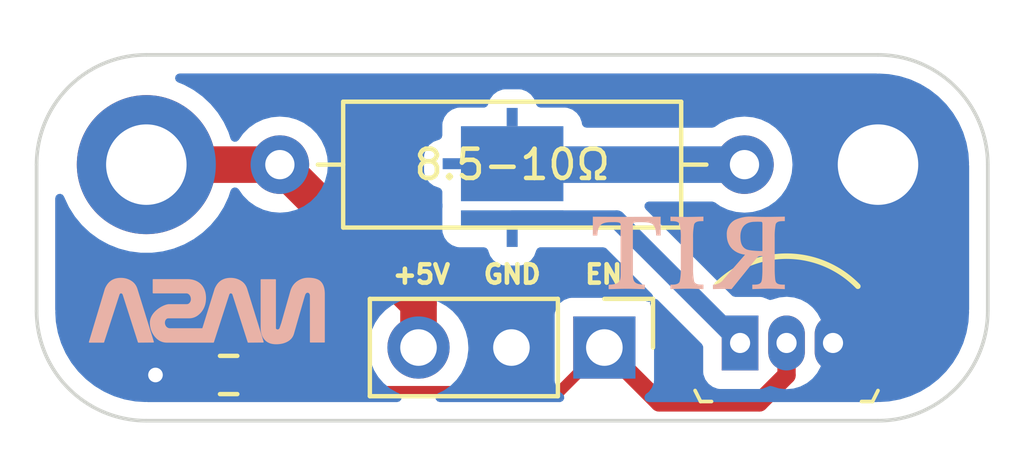
<source format=kicad_pcb>
(kicad_pcb (version 20211014) (generator pcbnew)
  (layers (0 "F.Cu" signal) (31 "B.Cu" power) (34 "B.Paste" user) (35 "F.Paste" user) (36 "B.SilkS" user "B.Silkscreen") (37 "F.SilkS" user "F.Silkscreen") (38 "B.Mask" user) (39 "F.Mask" user) (44 "Edge.Cuts" user))
  (net 0 "")
  (net 1 "Net-(D1-Pad1)")
  (net 2 "Net-(D1-Pad2)")
  (net 3 "GND")
  (net 4 "+5V")
  (net 5 "Net-(R2-Pad1)")
  (footprint "digikey-footprints:TO-92-3" (layer "F.Cu") (at 164.23 115.375)
    (fp_text reference "Q1" hide)
    (fp_text value "BS170" hide)
    (fp_line (start -0.78 1.6) (end -1.08 1.6) (layer "F.SilkS") (width 0.1))
    (fp_line (start 3.62 1.6) (end 3.77 1.3) (layer "F.SilkS") (width 0.1))
    (fp_line (start -1.08 1.6) (end -1.23 1.3) (layer "F.SilkS") (width 0.1))
    (fp_line (start 3.62 1.6) (end 3.32 1.6) (layer "F.SilkS") (width 0.1))
    (fp_arc (start -0.63 -1.6) (mid 1.305355 -2.372361) (end 3.22 -1.55) (layer "F.SilkS") (width 0.15))
    (pad "1" thru_hole rect locked (at 0 0 180) (size 1 1.5) (drill 0.55) (layers *.Cu *.Mask) (net 1 "Net-(D1-Pad1)"))
    (pad "2" thru_hole oval locked (at 1.27 0 180) (size 1 1.5) (drill 0.55) (layers *.Cu *.Mask) (net 5 "Net-(R2-Pad1)"))
    (pad "3" thru_hole oval locked (at 2.54 0 180) (size 1 1.5) (drill 0.55) (layers *.Cu *.Mask) (net 3 "GND"))
  )
  (footprint "MountingHole:MountingHole_2.2mm_M2_DIN965_Pad" (layer "F.Cu") (at 168 110.5)
    (fp_text reference "H2" hide)
    (fp_text value "MountingHole_Pad" hide)
    (pad "1" thru_hole circle (at 0 0) (size 3.8 3.8) (drill 2.2) (layers *.Cu *.Mask) (net 3 "GND"))
  )
  (footprint "MountingHole:MountingHole_2.2mm_M2_DIN965_Pad" (layer "F.Cu") (at 148 110.5)
    (fp_text reference "H1" hide)
    (fp_text value "MountingHole_Pad" hide)
    (pad "1" thru_hole circle (at 0 0) (size 3.8 3.8) (drill 2.2) (layers *.Cu *.Mask) (net 4 "+5V"))
  )
  (footprint "Resistor_SMD:R_0603_1608Metric" (layer "F.Cu") (at 150.25 116.25 180)
    (fp_text reference "R2" hide)
    (fp_text value "10k" hide)
    (fp_line (start -0.237258 0.5225) (end 0.237258 0.5225) (layer "F.SilkS") (width 0.12))
    (fp_line (start -0.237258 -0.5225) (end 0.237258 -0.5225) (layer "F.SilkS") (width 0.12))
    (pad "1" smd roundrect (at -0.825 0 180) (size 0.8 0.95) (layers "F.Cu" "F.Paste" "F.Mask") (net 5 "Net-(R2-Pad1)"))
    (pad "2" smd roundrect (at 0.825 0 180) (size 0.8 0.95) (layers "F.Cu" "F.Paste" "F.Mask") (net 3 "GND"))
  )
  (footprint "Resistor_THT:R_Axial_DIN0309_L9.0mm_D3.2mm_P12.70mm_Horizontal" (layer "F.Cu") (at 164.35 110.5 180)
    (fp_text reference "R1" hide)
    (fp_text value "9" hide)
    (fp_line (start 10.97 -1.72) (end 1.73 -1.72) (layer "F.SilkS") (width 0.12))
    (fp_line (start 1.04 0) (end 1.73 0) (layer "F.SilkS") (width 0.12))
    (fp_line (start 1.73 1.72) (end 10.97 1.72) (layer "F.SilkS") (width 0.12))
    (fp_line (start 1.73 -1.72) (end 1.73 1.72) (layer "F.SilkS") (width 0.12))
    (fp_line (start 11.66 0) (end 10.97 0) (layer "F.SilkS") (width 0.12))
    (fp_line (start 10.97 1.72) (end 10.97 -1.72) (layer "F.SilkS") (width 0.12))
    (pad "1" thru_hole circle (at 0 0 180) (size 1.6 1.6) (drill 0.8) (layers *.Cu *.Mask) (net 2 "Net-(D1-Pad2)"))
    (pad "2" thru_hole oval (at 12.7 0 180) (size 1.6 1.6) (drill 0.8) (layers *.Cu *.Mask) (net 4 "+5V"))
  )
  (footprint "Connector_PinHeader_2.54mm:PinHeader_1x03_P2.54mm_Vertical" (layer "F.Cu") (at 160.52 115.5 -90)
    (fp_text reference "J1" hide)
    (fp_text value "Conn_01x03_Male" hide)
    (fp_line (start -1.33 6.41) (end 1.33 6.41) (layer "F.SilkS") (width 0.12))
    (fp_line (start -1.33 -1.33) (end 0 -1.33) (layer "F.SilkS") (width 0.12))
    (fp_line (start -1.33 0) (end -1.33 -1.33) (layer "F.SilkS") (width 0.12))
    (fp_line (start -1.33 1.27) (end -1.33 6.41) (layer "F.SilkS") (width 0.12))
    (fp_line (start -1.33 1.27) (end 1.33 1.27) (layer "F.SilkS") (width 0.12))
    (fp_line (start 1.33 1.27) (end 1.33 6.41) (layer "F.SilkS") (width 0.12))
    (pad "1" thru_hole rect (at 0 0 270) (size 1.7 1.7) (drill 1) (layers *.Cu *.Mask) (net 5 "Net-(R2-Pad1)"))
    (pad "2" thru_hole oval (at 0 2.54 270) (size 1.7 1.7) (drill 1) (layers *.Cu *.Mask) (net 3 "GND"))
    (pad "3" thru_hole oval (at 0 5.08 270) (size 1.7 1.7) (drill 1) (layers *.Cu *.Mask) (net 4 "+5V"))
  )
  (footprint "cad:BELICE-850" (layer "B.Cu") (at 158 110.475 -90)
    (fp_text reference "D1" hide)
    (fp_text value "LASER")
    (pad "1" smd rect (at 1.525 0 270) (size 0.5 2.8) (layers "B.Cu" "B.Paste" "B.Mask") (net 1 "Net-(D1-Pad1)"))
    (pad "1" smd rect (at 2.025 0 90) (size 0.5 0.3) (layers "B.Cu" "B.Paste" "B.Mask") (net 1 "Net-(D1-Pad1)"))
    (pad "2" smd rect (at -1.275 0 270) (size 0.5 0.3) (layers "B.Cu" "B.Paste" "B.Mask") (net 2 "Net-(D1-Pad2)"))
    (pad "2" smd rect (at 0 -1.65 180) (size 0.5 0.3) (layers "B.Cu" "B.Paste" "B.Mask") (net 2 "Net-(D1-Pad2)"))
    (pad "2" smd rect (at 0 0 270) (size 2.05 2.8) (layers "B.Cu" "B.Paste" "B.Mask") (net 2 "Net-(D1-Pad2)"))
    (pad "2" smd rect (at 0 1.65 180) (size 0.5 0.3) (layers "B.Cu" "B.Paste" "B.Mask") (net 2 "Net-(D1-Pad2)"))
  )
  (gr_poly (pts (xy 152.863996 115.348251) (xy 152.485938 115.348251) (xy 152.485938 114.170257) (xy 152.485938 114.082477) (xy 152.48588 114.078468) (xy 152.485684 114.074471) (xy 152.485352 114.07049) (xy 152.484885 114.066529) (xy 152.484283 114.06259) (xy 152.483547 114.058678) (xy 152.482679 114.054795) (xy 152.481679 114.050945) (xy 152.480549 114.047132) (xy 152.479289 114.043358) (xy 152.4779 114.039627) (xy 152.476383 114.035943) (xy 152.474739 114.032309) (xy 152.472969 114.028728) (xy 152.471074 114.025203) (xy 152.469055 114.021738) (xy 152.466519 114.01806) (xy 152.463973 114.014614) (xy 152.461409 114.011395) (xy 152.458815 114.008398) (xy 152.456182 114.005619) (xy 152.453501 114.003053) (xy 152.45076 114.000693) (xy 152.447951 113.998536) (xy 152.445063 113.996577) (xy 152.442086 113.99481) (xy 152.43901 113.993231) (xy 152.435826 113.991834) (xy 152.432523 113.990614) (xy 152.429091 113.989567) (xy 152.425521 113.988688) (xy 152.421802 113.987972) (xy 152.418007 113.987421) (xy 152.414216 113.987032) (xy 152.410436 113.986812) (xy 152.40667 113.986764) (xy 152.402924 113.986894) (xy 152.399202 113.987207) (xy 152.39551 113.987707) (xy 152.391853 113.9884) (xy 152.388235 113.989292) (xy 152.384661 113.990386) (xy 152.381137 113.991688) (xy 152.377667 113.993202) (xy 152.374255 113.994935) (xy 152.370908 113.996891) (xy 152.36763 113.999075) (xy 152.364426 114.001492) (xy 152.358261 114.007836) (xy 152.355309 114.011033) (xy 152.352453 114.014259) (xy 152.349695 114.017525) (xy 152.347041 114.02084) (xy 152.344496 114.024214) (xy 152.342065 114.027658) (xy 152.339753 114.031179) (xy 152.337564 114.03479) (xy 152.335503 114.038499) (xy 152.333576 114.042317) (xy 152.331786 114.046253) (xy 152.33014 114.050316) (xy 152.328642 114.054518) (xy 152.327296 114.058868) (xy 152.30705 114.123004) (xy 152.023533 115.111986) (xy 152.018073 115.130071) (xy 152.011822 115.147597) (xy 152.00478 115.164557) (xy 151.996947 115.180948) (xy 151.988322 115.196764) (xy 151.978907 115.212001) (xy 151.9687 115.226654) (xy 151.957702 115.240718) (xy 151.945913 115.254188) (xy 151.933333 115.267059) (xy 151.919962 115.279326) (xy 151.905801 115.290985) (xy 151.890848 115.30203) (xy 151.875105 115.312457) (xy 151.858571 115.322261) (xy 151.841247 115.331436) (xy 151.826455 115.338829) (xy 151.811188 115.345818) (xy 151.795445 115.352391) (xy 151.779228 115.35854) (xy 151.762535 115.364254) (xy 151.745368 115.369524) (xy 151.727725 115.374339) (xy 151.709607 115.378689) (xy 151.691014 115.382565) (xy 151.671947 115.385956) (xy 151.652404 115.388853) (xy 151.632387 115.391246) (xy 151.611895 115.393124) (xy 151.590929 115.394478) (xy 151.569488 115.395297) (xy 151.547572 115.395573) (xy 151.522649 115.395098) (xy 151.498517 115.39368) (xy 151.475177 115.391321) (xy 151.452629 115.388027) (xy 151.430871 115.383804) (xy 151.409905 115.378656) (xy 151.389731 115.372589) (xy 151.370348 115.365606) (xy 151.351756 115.357714) (xy 151.333956 115.348918) (xy 151.332786 115.348251) (xy 151.193192 115.348251) (xy 150.784765 115.351683) (xy 150.372975 114.065662) (xy 150.37092 114.058301) (xy 150.368558 114.051415) (xy 150.3659 114.045005) (xy 150.362954 114.039069) (xy 150.359731 114.033609) (xy 150.358019 114.031057) (xy 150.356241 114.028623) (xy 150.354399 114.026309) (xy 150.352494 114.024113) (xy 150.350527 114.022036) (xy 150.348499 114.020078) (xy 150.346413 114.018238) (xy 150.344268 114.016517) (xy 150.342066 114.014915) (xy 150.339809 114.013432) (xy 150.337497 114.012067) (xy 150.335132 114.010821) (xy 150.332716 114.009694) (xy 150.330249 114.008685) (xy 150.327732 114.007795) (xy 150.325168 114.007024) (xy 150.322556 114.006372) (xy 150.319899 114.005838) (xy 150.317197 114.005423) (xy 150.314453 114.005126) (xy 150.308839 114.004889) (xy 150.305713 114.004967) (xy 150.302667 114.005197) (xy 150.2997 114.005576) (xy 150.296813 114.006098) (xy 150.294005 114.006759) (xy 150.291276 114.007552) (xy 150.288627 114.008475) (xy 150.286057 114.009521) (xy 150.283567 114.010687) (xy 150.281155 114.011966) (xy 150.278823 114.013355) (xy 150.276569 114.014849) (xy 150.274395 114.016442) (xy 150.2723 114.01813) (xy 150.270283 114.019909) (xy 150.268346 114.021772) (xy 150.266487 114.024302) (xy 150.264708 114.026838) (xy 150.263007 114.029384) (xy 150.261385 114.031945) (xy 150.259842 114.034527) (xy 150.258378 114.037134) (xy 150.256993 114.039771) (xy 150.255688 114.042443) (xy 150.254462 114.045155) (xy 150.253315 114.047911) (xy 150.252247 114.050718) (xy 150.251258 114.053578) (xy 150.25035 114.056498) (xy 150.24952 114.059482) (xy 150.24877 114.062535) (xy 150.2481 114.065662) (xy 149.832947 115.351682) (xy 149.448026 115.351682) (xy 149.448026 115.351648) (xy 148.56707 115.351648) (xy 148.542665 115.351015) (xy 148.518807 115.349116) (xy 148.512431 115.348251) (xy 148.19241 115.348251) (xy 147.783983 115.351682) (xy 147.372192 114.065662) (xy 147.370138 114.058301) (xy 147.367776 114.051415) (xy 147.365117 114.045005) (xy 147.362171 114.039069) (xy 147.358949 114.033609) (xy 147.357236 114.031057) (xy 147.355459 114.028623) (xy 147.353616 114.026309) (xy 147.351711 114.024113) (xy 147.349744 114.022036) (xy 147.347717 114.020078) (xy 147.34563 114.018238) (xy 147.343485 114.016517) (xy 147.341284 114.014915) (xy 147.339026 114.013432) (xy 147.336715 114.012067) (xy 147.33435 114.010821) (xy 147.331933 114.009694) (xy 147.329466 114.008685) (xy 147.32695 114.007795) (xy 147.324385 114.007024) (xy 147.321773 114.006372) (xy 147.319116 114.005838) (xy 147.316415 114.005423) (xy 147.31367 114.005126) (xy 147.308056 114.004889) (xy 147.30493 114.004967) (xy 147.301884 114.005197) (xy 147.298917 114.005576) (xy 147.29603 114.006098) (xy 147.293222 114.006759) (xy 147.290494 114.007552) (xy 147.287845 114.008475) (xy 147.285275 114.009521) (xy 147.282784 114.010687) (xy 147.280373 114.011966) (xy 147.27804 114.013355) (xy 147.275787 114.014849) (xy 147.273613 114.016442) (xy 147.271518 114.01813) (xy 147.269502 114.019909) (xy 147.267564 114.021772) (xy 147.265694 114.024302) (xy 147.263906 114.026838) (xy 147.262199 114.029384) (xy 147.260573 114.031945) (xy 147.259027 114.034527) (xy 147.257562 114.037134) (xy 147.256177 114.039771) (xy 147.254871 114.042443) (xy 147.253645 114.045155) (xy 147.252497 114.047911) (xy 147.251429 114.050718) (xy 147.250438 114.053578) (xy 147.249525 114.056498) (xy 147.248689 114.059482) (xy 147.247931 114.062535) (xy 147.247249 114.065662) (xy 146.832097 115.351682) (xy 146.443916 115.351682) (xy 146.443916 115.351648) (xy 146.443915 115.351648) (xy 146.882712 113.890103) (xy 146.899595 113.856336) (xy 146.907349 113.841077) (xy 146.915418 113.826311) (xy 146.923803 113.812039) (xy 146.932502 113.79826) (xy 146.941514 113.784973) (xy 146.95084 113.772178) (xy 146.960479 113.759873) (xy 146.970429 113.748059) (xy 146.980691 113.736734) (xy 146.991264 113.725898) (xy 147.002147 113.71555) (xy 147.013339 113.705691) (xy 147.024841 113.696318) (xy 147.036651 113.687432) (xy 147.048768 113.679031) (xy 147.061193 113.671116) (xy 147.073924 113.663685) (xy 147.086961 113.656739) (xy 147.100304 113.650275) (xy 147.113951 113.644295) (xy 147.127902 113.638796) (xy 147.142157 113.633779) (xy 147.156715 113.629243) (xy 147.171575 113.625186) (xy 147.186736 113.62161) (xy 147.202199 113.618512) (xy 147.217962 113.615893) (xy 147.234025 113.613751) (xy 147.250387 113.612086) (xy 147.267047 113.610898) (xy 147.301262 113.609948) (xy 147.320131 113.610226) (xy 147.338763 113.611061) (xy 147.357157 113.612461) (xy 147.375313 113.614428) (xy 147.393233 113.61697) (xy 147.410914 113.620089) (xy 147.428358 113.623792) (xy 147.445565 113.628084) (xy 147.462534 113.632969) (xy 147.479265 113.638453) (xy 147.495758 113.64454) (xy 147.512014 113.651236) (xy 147.528031 113.658546) (xy 147.543811 113.666475) (xy 147.559353 113.675027) (xy 147.574656 113.684207) (xy 147.590135 113.693974) (xy 147.604909 113.70429) (xy 147.618989 113.71515) (xy 147.632384 113.72655) (xy 147.645106 113.738484) (xy 147.657163 113.750948) (xy 147.668567 113.763936) (xy 147.679328 113.777444) (xy 147.689456 113.791466) (xy 147.698962 113.805999) (xy 147.707854 113.821036) (xy 147.716145 113.836573) (xy 147.723843 113.852605) (xy 147.73096 113.869128) (xy 147.737506 113.886135) (xy 147.74349 113.903623) (xy 148.19241 115.348251) (xy 148.512431 115.348251) (xy 148.495494 115.345951) (xy 148.472719 115.34152) (xy 148.450477 115.335823) (xy 148.428765 115.32886) (xy 148.407577 115.32063) (xy 148.386908 115.311134) (xy 148.366753 115.300372) (xy 148.347108 115.288343) (xy 148.327968 115.275048) (xy 148.309327 115.260487) (xy 148.291181 115.244659) (xy 148.273525 115.227564) (xy 148.256354 115.209203) (xy 148.239663 115.189575) (xy 148.224316 115.16972) (xy 148.209924 115.149396) (xy 148.196491 115.128608) (xy 148.184021 115.10736) (xy 148.172521 115.085657) (xy 148.161994 115.063505) (xy 148.152447 115.040908) (xy 148.143883 115.017871) (xy 148.136308 114.9944) (xy 148.129727 114.970499) (xy 148.124145 114.946173) (xy 148.119566 114.921427) (xy 148.115997 114.896266) (xy 148.113441 114.870696) (xy 148.111904 114.844721) (xy 148.11139 114.818346) (xy 148.11245 114.791699) (xy 148.115556 114.765567) (xy 148.120601 114.739974) (xy 148.127475 114.714939) (xy 148.13607 114.690486) (xy 148.146277 114.666635) (xy 148.157986 114.643408) (xy 148.171091 114.620828) (xy 148.18548 114.598915) (xy 148.201047 114.577691) (xy 148.217681 114.557177) (xy 148.235275 114.537396) (xy 148.25372 114.51837) (xy 148.272906 114.500118) (xy 148.313068 114.46603) (xy 148.354893 114.435303) (xy 148.39751 114.408112) (xy 148.440049 114.384629) (xy 148.481639 114.365028) (xy 148.521411 114.349481) (xy 148.558495 114.338162) (xy 148.592021 114.331244) (xy 148.607177 114.329489) (xy 148.621118 114.328899) (xy 149.10377 114.328899) (xy 149.110653 114.328703) (xy 149.11738 114.328121) (xy 149.123949 114.327163) (xy 149.13036 114.32584) (xy 149.136613 114.32416) (xy 149.142709 114.322135) (xy 149.148646 114.319774) (xy 149.154424 114.317086) (xy 149.160044 114.314083) (xy 149.165505 114.310773) (xy 149.170806 114.307167) (xy 149.175947 114.303275) (xy 149.180929 114.299107) (xy 149.185751 114.294672) (xy 149.190412 114.289981) (xy 149.194913 114.285044) (xy 149.199226 114.279303) (xy 149.203297 114.273479) (xy 149.207119 114.267568) (xy 149.210689 114.261562) (xy 149.214001 114.255459) (xy 149.217051 114.249252) (xy 149.219834 114.242937) (xy 149.222344 114.236508) (xy 149.224577 114.229961) (xy 149.226529 114.223289) (xy 149.228193 114.21649) (xy 149.229566 114.209556) (xy 149.230642 114.202483) (xy 149.231417 114.195266) (xy 149.231885 114.1879) (xy 149.232043 114.18038) (xy 149.231885 114.1716) (xy 149.231417 114.162977) (xy 149.230642 114.154513) (xy 149.229566 114.146208) (xy 149.228193 114.13806) (xy 149.226529 114.130071) (xy 149.224577 114.12224) (xy 149.222344 114.114567) (xy 149.219834 114.107052) (xy 149.217051 114.099695) (xy 149.214001 114.092496) (xy 149.210689 114.085455) (xy 149.207119 114.078571) (xy 149.203297 114.071846) (xy 149.199226 114.065278) (xy 149.194913 114.058868) (xy 149.18977 114.052703) (xy 149.18447 114.046863) (xy 149.179012 114.04136) (xy 149.173396 114.036203) (xy 149.167621 114.031401) (xy 149.161689 114.026965) (xy 149.155599 114.022904) (xy 149.14935 114.019229) (xy 149.142943 114.015949) (xy 149.136377 114.013074) (xy 149.129652 114.010614) (xy 149.122769 114.00858) (xy 149.115727 114.00698) (xy 149.108526 114.005825) (xy 149.101166 114.005125) (xy 149.093647 114.004889) (xy 148.189047 114.004889) (xy 148.189047 113.643681) (xy 149.110565 113.643681) (xy 149.141143 113.644273) (xy 149.170852 113.646048) (xy 149.199691 113.649) (xy 149.22766 113.653124) (xy 149.25476 113.658415) (xy 149.280989 113.664868) (xy 149.306349 113.672477) (xy 149.330838 113.681239) (xy 149.354457 113.691148) (xy 149.377206 113.702198) (xy 149.399085 113.714386) (xy 149.420093 113.727705) (xy 149.44023 113.742151) (xy 149.459496 113.757719) (xy 149.477892 113.774403) (xy 149.495417 113.792199) (xy 149.510122 113.809643) (xy 149.52388 113.827788) (xy 149.536691 113.846626) (xy 149.548554 113.866146) (xy 149.55947 113.886338) (xy 149.569438 113.907193) (xy 149.578458 113.9287) (xy 149.58653 113.95085) (xy 149.593653 113.973633) (xy 149.599827 113.99704) (xy 149.605051 114.021059) (xy 149.609327 114.045682) (xy 149.612653 114.070898) (xy 149.615028 114.096699) (xy 149.616454 114.123073) (xy 149.616929 114.150011) (xy 149.616454 114.176391) (xy 149.615028 114.202367) (xy 149.612653 114.227928) (xy 149.609327 114.253063) (xy 149.605051 114.277764) (xy 149.599827 114.302019) (xy 149.593653 114.325819) (xy 149.58653 114.349154) (xy 149.578458 114.372014) (xy 149.569438 114.394388) (xy 149.55947 114.416266) (xy 149.548554 114.43764) (xy 149.536691 114.458497) (xy 149.52388 114.478829) (xy 149.510122 114.498626) (xy 149.495417 114.517877) (xy 149.478128 114.538129) (xy 149.460432 114.557112) (xy 149.442321 114.574821) (xy 149.423784 114.591249) (xy 149.404811 114.606393) (xy 149.385393 114.620247) (xy 149.36552 114.632806) (xy 149.345182 114.644065) (xy 149.32437 114.654018) (xy 149.303073 114.662661) (xy 149.281283 114.669988) (xy 149.258988 114.675994) (xy 149.23618 114.680675) (xy 149.212849 114.684025) (xy 149.188985 114.686038) (xy 149.164578 114.686711) (xy 148.607598 114.686711) (xy 148.601357 114.686831) (xy 148.595273 114.687198) (xy 148.589346 114.687822) (xy 148.583575 114.688713) (xy 148.577961 114.68988) (xy 148.572505 114.691334) (xy 148.567206 114.693084) (xy 148.562065 114.695139) (xy 148.557082 114.697511) (xy 148.552257 114.700207) (xy 148.547591 114.703239) (xy 148.543083 114.706616) (xy 148.538735 114.710348) (xy 148.534546 114.714445) (xy 148.530516 114.718916) (xy 148.526646 114.723772) (xy 148.522371 114.728914) (xy 148.518407 114.734209) (xy 148.514751 114.739654) (xy 148.511396 114.745242) (xy 148.508338 114.750968) (xy 148.505572 114.756829) (xy 148.503094 114.762818) (xy 148.500897 114.768931) (xy 148.498977 114.775164) (xy 148.49733 114.78151) (xy 148.495949 114.787966) (xy 148.494831 114.794526) (xy 148.49397 114.801185) (xy 148.493361 114.807938) (xy 148.492999 114.814781) (xy 148.49288 114.821709) (xy 148.493076 114.829898) (xy 148.493658 114.838002) (xy 148.494616 114.846017) (xy 148.49594 114.853938) (xy 148.49762 114.861759) (xy 148.499646 114.869477) (xy 148.502009 114.877085) (xy 148.504698 114.88458) (xy 148.507703 114.891956) (xy 148.511015 114.899209) (xy 148.514623 114.906333) (xy 148.518519 114.913324) (xy 148.522691 114.920177) (xy 148.52713 114.926887) (xy 148.531827 114.933449) (xy 148.53677 114.939859) (xy 148.542506 114.945394) (xy 148.548331 114.950609) (xy 148.554255 114.955497) (xy 148.560288 114.960054) (xy 148.56644 114.964275) (xy 148.57272 114.968156) (xy 148.579138 114.97169) (xy 148.585704 114.974874) (xy 148.592428 114.977701) (xy 148.599319 114.980168) (xy 148.606388 114.982269) (xy 148.613643 114.983999) (xy 148.621095 114.985353) (xy 148.628753 114.986327) (xy 148.636627 114.986915) (xy 148.644728 114.987112) (xy 149.535841 114.987112) (xy 149.549327 114.963468) (xy 149.883494 113.890103) (xy 149.900377 113.856336) (xy 149.908131 113.841077) (xy 149.9162 113.826312) (xy 149.924585 113.81204) (xy 149.933283 113.798261) (xy 149.942296 113.784974) (xy 149.951622 113.772178) (xy 149.961261 113.759873) (xy 149.971211 113.748059) (xy 149.981473 113.736734) (xy 149.992046 113.725898) (xy 150.002929 113.715551) (xy 150.014121 113.705691) (xy 150.025623 113.696318) (xy 150.037433 113.687432) (xy 150.04955 113.679032) (xy 150.061975 113.671116) (xy 150.074706 113.663686) (xy 150.087743 113.656739) (xy 150.101086 113.650276) (xy 150.114733 113.644295) (xy 150.128684 113.638796) (xy 150.142939 113.633779) (xy 150.157497 113.629243) (xy 150.172357 113.625187) (xy 150.187518 113.62161) (xy 150.202981 113.618512) (xy 150.218744 113.615893) (xy 150.234807 113.613751) (xy 150.251169 113.612086) (xy 150.267829 113.610898) (xy 150.302044 113.609948) (xy 150.320913 113.610226) (xy 150.339544 113.611062) (xy 150.357939 113.612461) (xy 150.376096 113.614429) (xy 150.394015 113.61697) (xy 150.411698 113.620089) (xy 150.429143 113.623793) (xy 150.446351 113.628084) (xy 150.463322 113.63297) (xy 150.480055 113.638453) (xy 150.496551 113.644541) (xy 150.51281 113.651237) (xy 150.528832 113.658546) (xy 150.544616 113.666475) (xy 150.560163 113.675027) (xy 150.575473 113.684208) (xy 150.59094 113.693975) (xy 150.605706 113.70429) (xy 150.619779 113.715151) (xy 150.633171 113.72655) (xy 150.64589 113.738484) (xy 150.657946 113.750948) (xy 150.66935 113.763936) (xy 150.68011 113.777444) (xy 150.690238 113.791466) (xy 150.699743 113.805999) (xy 150.708635 113.821036) (xy 150.716923 113.836573) (xy 150.724617 113.852605) (xy 150.731728 113.869128) (xy 150.738265 113.886135) (xy 150.744238 113.903623) (xy 151.193192 115.348251) (xy 151.332786 115.348251) (xy 151.316947 115.339222) (xy 151.30073 115.328631) (xy 151.285304 115.317151) (xy 151.270669 115.304786) (xy 151.256826 115.291542) (xy 151.243774 115.277423) (xy 151.230915 115.262511) (xy 151.218923 115.246875) (xy 151.207792 115.230506) (xy 151.197516 115.213395) (xy 151.188092 115.195532) (xy 151.179513 115.176906) (xy 151.171775 115.157508) (xy 151.164873 115.137329) (xy 151.158802 115.116358) (xy 151.153557 115.094586) (xy 151.149132 115.072003) (xy 151.145523 115.0486) (xy 151.142725 115.024366) (xy 151.140733 114.999292) (xy 151.139541 114.973368) (xy 151.139145 114.946584) (xy 151.139145 113.647078) (xy 151.527326 113.647078) (xy 151.527326 114.963467) (xy 151.527523 114.969042) (xy 151.527771 114.971737) (xy 151.528117 114.974369) (xy 151.528562 114.976938) (xy 151.529106 114.979441) (xy 151.529749 114.981877) (xy 151.530491 114.984246) (xy 151.531332 114.986545) (xy 151.532272 114.988774) (xy 151.533311 114.990932) (xy 151.534448 114.993017) (xy 151.535685 114.995027) (xy 151.53702 114.996962) (xy 151.538455 114.998821) (xy 151.539988 115.000601) (xy 151.54162 115.002303) (xy 151.543352 115.003924) (xy 151.545182 115.005463) (xy 151.547111 115.00692) (xy 151.549139 115.008292) (xy 151.551266 115.00958) (xy 151.553492 115.01078) (xy 151.555816 115.011893) (xy 151.55824 115.012916) (xy 151.560763 115.013849) (xy 151.563384 115.014691) (xy 151.566105 115.015439) (xy 151.568924 115.016094) (xy 151.571842 115.016653) (xy 151.57486 115.017116) (xy 151.577976 115.01748) (xy 151.579867 115.018075) (xy 151.581739 115.018591) (xy 151.583592 115.019031) (xy 151.585427 115.019395) (xy 151.587244 115.019685) (xy 151.589045 115.019901) (xy 151.590829 115.020046) (xy 151.592597 115.020121) (xy 151.59435 115.020125) (xy 151.596089 115.020062) (xy 151.599527 115.019736) (xy 151.602914 115.019153) (xy 151.606256 115.018321) (xy 151.609559 115.017251) (xy 151.612827 115.015954) (xy 151.616065 115.014437) (xy 151.619279 115.012713) (xy 151.622473 115.010789) (xy 151.625653 115.008677) (xy 151.628823 115.006386) (xy 151.631989 115.003926) (xy 151.637028 114.998714) (xy 151.639511 114.995975) (xy 151.641951 114.993142) (xy 151.644331 114.990209) (xy 151.646638 114.987171) (xy 151.648856 114.984024) (xy 151.65097 114.980763) (xy 151.652965 114.977382) (xy 151.654827 114.973878) (xy 151.656541 114.970245) (xy 151.658091 114.966479) (xy 151.659463 114.962574) (xy 151.660641 114.958526) (xy 151.661611 114.95433) (xy 151.662358 114.949981) (xy 151.702885 114.831832) (xy 151.949273 113.964362) (xy 151.955291 113.944345) (xy 151.961945 113.924809) (xy 151.969242 113.905758) (xy 151.977186 113.887197) (xy 151.985782 113.869131) (xy 151.995035 113.851564) (xy 152.004951 113.834502) (xy 152.015533 113.817949) (xy 152.026787 113.801911) (xy 152.038718 113.786392) (xy 152.051331 113.771397) (xy 152.064631 113.756931) (xy 152.078622 113.742999) (xy 152.093311 113.729605) (xy 152.108701 113.716755) (xy 152.124799 113.704454) (xy 152.141372 113.692785) (xy 152.158192 113.681833) (xy 152.175271 113.671603) (xy 152.192617 113.662099) (xy 152.21024 113.653327) (xy 152.22815 113.645292) (xy 152.246358 113.637998) (xy 152.264871 113.631451) (xy 152.283702 113.625656) (xy 152.302858 113.620617) (xy 152.322351 113.61634) (xy 152.34219 113.612829) (xy 152.362384 113.61009) (xy 152.382944 113.608127) (xy 152.403879 113.606946) (xy 152.425199 113.606551) (xy 152.451306 113.606866) (xy 152.476474 113.60781) (xy 152.500712 113.609377) (xy 152.524031 113.611562) (xy 152.54644 113.61436) (xy 152.56795 113.617767) (xy 152.588569 113.621777) (xy 152.608309 113.626385) (xy 152.627178 113.631587) (xy 152.645187 113.637378) (xy 152.662345 113.643753) (xy 152.678663 113.650706) (xy 152.694149 113.658233) (xy 152.708815 113.666329) (xy 152.72267 113.674989) (xy 152.735723 113.684207) (xy 152.751624 113.698049) (xy 152.766428 113.713004) (xy 152.780144 113.729077) (xy 152.792784 113.746273) (xy 152.804355 113.764596) (xy 152.81487 113.784052) (xy 152.824336 113.804646) (xy 152.832764 113.826382) (xy 152.840164 113.849266) (xy 152.846546 113.873302) (xy 152.851919 113.898494) (xy 152.856293 113.924849) (xy 152.859677 113.952371) (xy 152.862083 113.981064) (xy 152.863519 114.010933) (xy 152.863996 114.041985) (xy 152.863996 115.348251)) (layer "B.SilkS") (width 0.03) (fill solid))
  (gr_poly (pts (xy 160.205027 112.437798) (xy 160.326378 112.437798) (xy 160.327331 112.422082) (xy 160.331313 112.374085) (xy 160.33721 112.330292) (xy 160.345193 112.29055) (xy 160.35002 112.272151) (xy 160.355433 112.254706) (xy 160.361453 112.238199) (xy 160.368102 112.222608) (xy 160.375399 112.207916) (xy 160.383368 112.194102) (xy 160.39203 112.181149) (xy 160.401405 112.169037) (xy 160.411515 112.157746) (xy 160.422381 112.147258) (xy 160.434025 112.137554) (xy 160.446469 112.128614) (xy 160.459732 112.120419) (xy 160.473838 112.112951) (xy 160.488807 112.10619) (xy 160.50466 112.100117) (xy 160.521419 112.094714) (xy 160.539105 112.08996) (xy 160.55774 112.085837) (xy 160.577345 112.082325) (xy 160.619549 112.077061) (xy 160.66589 112.074015) (xy 160.716537 112.073033) (xy 160.736063 112.072924) (xy 160.756304 112.072636) (xy 160.784006 112.0723) (xy 160.812485 112.072328) (xy 160.840863 112.073115) (xy 160.854741 112.073916) (xy 160.868265 112.075055) (xy 160.881326 112.07658) (xy 160.893815 112.078543) (xy 160.905621 112.08099) (xy 160.916636 112.083973) (xy 160.92675 112.08754) (xy 160.931435 112.089557) (xy 160.935853 112.09174) (xy 160.939991 112.094093) (xy 160.943836 112.096623) (xy 160.947373 112.099336) (xy 160.950589 112.102238) (xy 160.952192 112.103938) (xy 160.953697 112.10571) (xy 160.955102 112.10755) (xy 160.956405 112.109455) (xy 160.957606 112.111419) (xy 160.958701 112.113439) (xy 160.959691 112.115509) (xy 160.960572 112.117627) (xy 160.961343 112.119786) (xy 160.962003 112.121984) (xy 160.962549 112.124216) (xy 160.962981 112.126477) (xy 160.963296 112.128763) (xy 160.963494 112.13107) (xy 160.963571 112.133394) (xy 160.963527 112.13573) (xy 160.963527 113.48684) (xy 160.963143 113.523062) (xy 160.961772 113.556596) (xy 160.95908 113.587509) (xy 160.954738 113.615869) (xy 160.951843 113.629114) (xy 160.948412 113.641745) (xy 160.944402 113.653773) (xy 160.939772 113.665204) (xy 160.93448 113.676049) (xy 160.928486 113.686315) (xy 160.921747 113.696011) (xy 160.914222 113.705145) (xy 160.90587 113.713726) (xy 160.896649 113.721762) (xy 160.886518 113.729262) (xy 160.875436 113.736235) (xy 160.86336 113.742688) (xy 160.850249 113.748631) (xy 160.836063 113.754072) (xy 160.82076 113.759019) (xy 160.804297 113.76348) (xy 160.786634 113.767466) (xy 160.767729 113.770983) (xy 160.747542 113.77404) (xy 160.70315 113.77881) (xy 160.653129 113.781843) (xy 160.637022 113.782478) (xy 160.637022 113.904938) (xy 160.817484 113.898905) (xy 160.972219 113.894758) (xy 161.106985 113.892873) (xy 161.183986 113.893391) (xy 161.268506 113.894758) (xy 161.438178 113.898905) (xy 161.626544 113.904938) (xy 161.626544 113.782481) (xy 161.610431 113.781846) (xy 161.560423 113.778812) (xy 161.53755 113.776648) (xy 161.516043 113.774042) (xy 161.495859 113.770984) (xy 161.476957 113.767467) (xy 161.459297 113.763482) (xy 161.442836 113.75902) (xy 161.427533 113.754073) (xy 161.413348 113.748633) (xy 161.400238 113.74269) (xy 161.388161 113.736236) (xy 161.377078 113.729264) (xy 161.366946 113.721764) (xy 161.357723 113.713727) (xy 161.349369 113.705146) (xy 161.341842 113.696012) (xy 161.335101 113.686317) (xy 161.329104 113.676051) (xy 161.32381 113.665206) (xy 161.319177 113.653774) (xy 161.315165 113.641747) (xy 161.311731 113.629116) (xy 161.308834 113.615871) (xy 161.304486 113.587511) (xy 161.301791 113.556598) (xy 161.300417 113.523064) (xy 161.300033 113.486842) (xy 161.300033 112.135735) (xy 161.299929 112.133169) (xy 161.299957 112.130613) (xy 161.300116 112.128072) (xy 161.300403 112.12555) (xy 161.300818 112.123052) (xy 161.301358 112.120584) (xy 161.302021 112.118149) (xy 161.302807 112.115752) (xy 161.303713 112.113398) (xy 161.304738 112.111091) (xy 161.30588 112.108837) (xy 161.307138 112.10664) (xy 161.308509 112.104504) (xy 161.309992 112.102435) (xy 161.311586 112.100436) (xy 161.313288 112.098513) (xy 161.318745 112.093865) (xy 161.325108 112.089807) (xy 161.332326 112.086298) (xy 161.340342 112.083302) (xy 161.349104 112.080777) (xy 161.358556 112.078685) (xy 161.368645 112.076987) (xy 161.379317 112.075643) (xy 161.390517 112.074615) (xy 161.402191 112.073863) (xy 161.426745 112.07303) (xy 161.452545 112.072832) (xy 161.479159 112.072954) (xy 161.493899 112.073024) (xy 161.508761 112.073034) (xy 161.560941 112.073274) (xy 161.609427 112.074294) (xy 161.654283 112.076542) (xy 161.695574 112.080467) (xy 161.714901 112.083198) (xy 161.733362 112.086516) (xy 161.750962 112.090478) (xy 161.767711 112.09514) (xy 161.783617 112.100557) (xy 161.798686 112.106786) (xy 161.812929 112.113882) (xy 161.826351 112.121902) (xy 161.838962 112.130902) (xy 161.850769 112.140938) (xy 161.86178 112.152065) (xy 161.872003 112.164341) (xy 161.881447 112.177821) (xy 161.890119 112.192561) (xy 161.898027 112.208617) (xy 161.905179 112.226046) (xy 161.911583 112.244903) (xy 161.917248 112.265244) (xy 161.92218 112.287126) (xy 161.926389 112.310604) (xy 161.929881 112.335735) (xy 161.932666 112.362574) (xy 161.93475 112.391178) (xy 161.936143 112.421603) (xy 161.936699 112.437796) (xy 162.058919 112.437796) (xy 162.058919 111.923826) (xy 161.131973 111.928465) (xy 160.205027 111.923826)) (layer "B.SilkS") (width 0) (fill solid))
  (gr_poly (pts (xy 162.326458 112.044964) (xy 162.343285 112.044964) (xy 162.378059 112.045139) (xy 162.395858 112.045553) (xy 162.413735 112.046359) (xy 162.431542 112.047689) (xy 162.449131 112.049673) (xy 162.466356 112.052441) (xy 162.483068 112.056125) (xy 162.491185 112.058351) (xy 162.499119 112.060855) (xy 162.506851 112.063654) (xy 162.514362 112.066763) (xy 162.521635 112.070199) (xy 162.52865 112.073978) (xy 162.535389 112.078117) (xy 162.541834 112.082632) (xy 162.547967 112.08754) (xy 162.553768 112.092856) (xy 162.559219 112.098597) (xy 162.564303 112.104779) (xy 162.569 112.11142) (xy 162.573291 112.118534) (xy 162.57716 112.126139) (xy 162.580586 112.13425) (xy 162.588917 112.18194) (xy 162.595881 112.229818) (xy 162.601476 112.277856) (xy 162.6057 112.326024) (xy 162.608551 112.374293) (xy 162.610026 112.422634) (xy 162.610124 112.471016) (xy 162.608842 112.519412) (xy 162.608843 113.305759) (xy 162.610126 113.354185) (xy 162.610027 113.402598) (xy 162.608546 113.450969) (xy 162.605687 113.499268) (xy 162.601452 113.547466) (xy 162.595843 113.595533) (xy 162.588861 113.64344) (xy 162.58051 113.691158) (xy 162.57709 113.699248) (xy 162.573228 113.706833) (xy 162.568943 113.713928) (xy 162.564251 113.720551) (xy 162.559173 113.726717) (xy 162.553727 113.732443) (xy 162.54793 113.737745) (xy 162.541802 113.742639) (xy 162.535361 113.747142) (xy 162.528625 113.75127) (xy 162.521613 113.755039) (xy 162.514344 113.758466) (xy 162.499105 113.764358) (xy 162.483058 113.769076) (xy 162.46635 113.77275) (xy 162.449128 113.775511) (xy 162.43154 113.777489) (xy 162.413734 113.778815) (xy 162.378059 113.780033) (xy 162.343285 113.780207) (xy 162.326458 113.780207) (xy 162.326458 113.903382) (xy 162.489116 113.897309) (xy 162.63885 113.893135) (xy 162.786553 113.891237) (xy 162.850336 113.891746) (xy 162.921362 113.893091) (xy 163.065728 113.897194) (xy 163.227809 113.903382) (xy 163.227809 113.780207) (xy 163.210981 113.780207) (xy 163.176209 113.780032) (xy 163.15841 113.779619) (xy 163.140533 113.778813) (xy 163.122727 113.777484) (xy 163.105137 113.775502) (xy 163.087912 113.772736) (xy 163.0712 113.769055) (xy 163.063083 113.766831) (xy 163.055149 113.764329) (xy 163.047417 113.761533) (xy 163.039905 113.758427) (xy 163.032632 113.754994) (xy 163.025617 113.751218) (xy 163.018878 113.747083) (xy 163.012432 113.742571) (xy 163.0063 113.737668) (xy 163.000499 113.732357) (xy 162.995047 113.726621) (xy 162.989964 113.720443) (xy 162.985267 113.713809) (xy 162.980975 113.7067) (xy 162.977106 113.699102) (xy 162.97368 113.690997) (xy 162.96535 113.643298) (xy 162.958387 113.595409) (xy 162.952793 113.547361) (xy 162.94857 113.499183) (xy 162.94572 113.450905) (xy 162.944245 113.402555) (xy 162.944147 113.354163) (xy 162.945429 113.305759) (xy 162.945429 112.519412) (xy 162.944146 112.470996) (xy 162.944245 112.422593) (xy 162.945726 112.374233) (xy 162.948584 112.325944) (xy 162.95282 112.277756) (xy 162.958429 112.229699) (xy 162.96541 112.181802) (xy 162.973735 112.134251) (xy 162.580586 112.134251) (xy 162.580586 112.13425) (xy 162.580586 112.134251) (xy 162.973735 112.134251) (xy 162.973762 112.134095) (xy 162.977181 112.125998) (xy 162.981042 112.118406) (xy 162.985328 112.111304) (xy 162.990019 112.104675) (xy 162.995096 112.098503) (xy 163.000543 112.092772) (xy 163.006339 112.087465) (xy 163.012467 112.082566) (xy 163.018908 112.078059) (xy 163.025644 112.073928) (xy 163.032656 112.070155) (xy 163.039925 112.066725) (xy 163.055163 112.060828) (xy 163.071211 112.056106) (xy 163.087919 112.052428) (xy 163.105141 112.049665) (xy 163.122729 112.047684) (xy 163.140535 112.046357) (xy 163.176209 112.045138) (xy 163.210981 112.044964) (xy 163.227808 112.044964) (xy 163.227808 111.921872) (xy 163.049111 111.925761) (xy 162.902813 111.928435) (xy 162.787058 111.929651) (xy 162.669577 111.928435) (xy 162.516303 111.925761) (xy 162.326458 111.921872)) (layer "B.SilkS") (width 0) (fill solid))
  (gr_poly (pts (xy 164.466201 111.921119) (xy 164.435942 111.922703) (xy 164.405776 111.925222) (xy 164.375724 111.928673) (xy 164.345807 111.933053) (xy 164.316048 111.938356) (xy 164.286467 111.944579) (xy 164.257086 111.951717) (xy 164.227927 111.959766) (xy 164.199011 111.968722) (xy 164.170359 111.978582) (xy 164.141995 111.989339) (xy 164.113938 112.000992) (xy 164.08621 112.013534) (xy 164.059411 112.029906) (xy 164.034099 112.047995) (xy 164.010329 112.067696) (xy 163.988155 112.08891) (xy 163.967634 112.111533) (xy 163.948818 112.135462) (xy 163.931763 112.160597) (xy 163.916524 112.186835) (xy 163.903155 112.214073) (xy 163.89171 112.242209) (xy 163.882245 112.271141) (xy 163.874815 112.300768) (xy 163.869473 112.330985) (xy 163.866274 112.361693) (xy 163.865274 112.392788) (xy 163.866527 112.424167) (xy 163.867081 112.451475) (xy 163.868735 112.478239) (xy 163.871476 112.504447) (xy 163.875289 112.530085) (xy 163.880164 112.555139) (xy 163.886085 112.579597) (xy 163.89304 112.603445) (xy 163.901016 112.62667) (xy 163.91 112.649258) (xy 163.919979 112.671195) (xy 163.930938 112.692469) (xy 163.942867 112.713066) (xy 163.95575 112.732972) (xy 163.969575 112.752174) (xy 163.98433 112.770659) (xy 164 112.788414) (xy 164.016572 112.805424) (xy 164.034035 112.821677) (xy 164.052373 112.837159) (xy 164.071575 112.851857) (xy 164.091627 112.865758) (xy 164.112516 112.878847) (xy 164.134228 112.891112) (xy 164.156751 112.902538) (xy 164.180072 112.913114) (xy 164.204177 112.922825) (xy 164.229054 112.931658) (xy 164.254688 112.9396) (xy 164.281068 112.946636) (xy 164.308179 112.952755) (xy 164.336009 112.957942) (xy 164.364545 112.962184) (xy 163.779465 113.633855) (xy 163.766904 113.650259) (xy 163.753489 113.665807) (xy 163.739266 113.680475) (xy 163.724279 113.69424) (xy 163.708574 113.707077) (xy 163.692195 113.718963) (xy 163.675188 113.729874) (xy 163.657598 113.739786) (xy 163.639469 113.748676) (xy 163.620848 113.75652) (xy 163.601778 113.763294) (xy 163.582306 113.768975) (xy 163.562475 113.773538) (xy 163.542332 113.77696) (xy 163.521922 113.779218) (xy 163.501289 113.780287) (xy 163.487075 113.782505) (xy 163.487075 113.903461) (xy 163.583311 113.900019) (xy 163.672939 113.897652) (xy 163.762983 113.896576) (xy 163.795002 113.896861) (xy 163.831814 113.897614) (xy 163.908644 113.899897) (xy 163.996922 113.903218) (xy 164.140496 113.726076) (xy 164.628826 113.120127) (xy 164.638787 113.108523) (xy 164.648094 113.097529) (xy 164.664862 113.077428) (xy 164.684084 113.054481) (xy 164.692586 113.044827) (xy 164.700635 113.036294) (xy 164.708447 113.028817) (xy 164.716237 113.022327) (xy 164.724219 113.016758) (xy 164.728349 113.014298) (xy 164.732608 113.012042) (xy 164.737022 113.009983) (xy 164.741619 113.008112) (xy 164.751468 113.0049) (xy 164.762369 113.00234) (xy 164.774536 113.000364) (xy 164.788187 112.998904) (xy 164.803534 112.997894) (xy 164.820793 112.997266) (xy 164.840179 112.996952) (xy 164.840179 113.32727) (xy 164.840505 113.364285) (xy 164.840315 113.401295) (xy 164.839609 113.438295) (xy 164.838388 113.475281) (xy 164.836651 113.512245) (xy 164.834399 113.549184) (xy 164.831633 113.586091) (xy 164.828352 113.622962) (xy 164.827315 113.631662) (xy 164.826079 113.640333) (xy 164.824647 113.648971) (xy 164.823017 113.657573) (xy 164.821192 113.666135) (xy 164.819171 113.674655) (xy 164.816956 113.683129) (xy 164.814546 113.691553) (xy 164.811483 113.699615) (xy 164.808003 113.707175) (xy 164.804122 113.714248) (xy 164.799856 113.720851) (xy 164.79522 113.727) (xy 164.790231 113.732711) (xy 164.784904 113.738) (xy 164.779255 113.742883) (xy 164.7733 113.747376) (xy 164.767054 113.751495) (xy 164.760533 113.755257) (xy 164.753753 113.758677) (xy 164.739479 113.764557) (xy 164.724358 113.769264) (xy 164.708516 113.772926) (xy 164.69208 113.775673) (xy 164.675175 113.777632) (xy 164.657928 113.778933) (xy 164.640464 113.779704) (xy 164.622911 113.780075) (xy 164.588037 113.780127) (xy 164.563669 113.780127) (xy 164.563669 113.903219) (xy 164.720459 113.897073) (xy 164.861511 113.892999) (xy 164.995494 113.891158) (xy 165.067811 113.891676) (xy 165.144373 113.893042) (xy 165.293112 113.897188) (xy 165.453194 113.903219) (xy 165.453194 113.780127) (xy 165.436446 113.780127) (xy 165.401266 113.779954) (xy 165.383286 113.779544) (xy 165.365256 113.778746) (xy 165.347334 113.777429) (xy 165.329677 113.775465) (xy 165.312444 113.772723) (xy 165.295792 113.769075) (xy 165.287732 113.766871) (xy 165.279877 113.764391) (xy 165.272246 113.76162) (xy 165.264859 113.758541) (xy 165.257735 113.755139) (xy 165.250895 113.751396) (xy 165.244357 113.747298) (xy 165.238142 113.742827) (xy 165.232269 113.737967) (xy 165.226758 113.732703) (xy 165.221628 113.727018) (xy 165.2169 113.720896) (xy 165.212593 113.71432) (xy 165.208727 113.707275) (xy 165.205321 113.699744) (xy 165.202396 113.691712) (xy 165.199977 113.683269) (xy 165.197754 113.674777) (xy 165.195727 113.666237) (xy 165.193898 113.657655) (xy 165.192266 113.649034) (xy 165.190832 113.640376) (xy 165.189598 113.631685) (xy 165.188563 113.622966) (xy 165.185163 113.583397) (xy 165.182309 113.543792) (xy 165.180002 113.504154) (xy 165.178243 113.46449) (xy 165.177031 113.424805) (xy 165.176367 113.385104) (xy 165.176251 113.345394) (xy 165.176684 113.30568) (xy 165.176684 112.497742) (xy 165.175761 112.451997) (xy 165.176021 112.406265) (xy 165.177462 112.360571) (xy 165.180081 112.314937) (xy 165.183878 112.269386) (xy 165.188851 112.223941) (xy 165.194998 112.178624) (xy 165.202318 112.133458) (xy 165.202995 112.131532) (xy 164.840483 112.131532) (xy 164.840338 112.142662) (xy 164.84018 112.862346) (xy 164.785844 112.861625) (xy 164.727963 112.859831) (xy 164.658531 112.856285) (xy 164.58424 112.850392) (xy 164.547364 112.846379) (xy 164.511783 112.841556) (xy 164.478334 112.835847) (xy 164.447853 112.82918) (xy 164.421177 112.821478) (xy 164.399143 112.812668) (xy 164.379013 112.801976) (xy 164.36031 112.789994) (xy 164.343014 112.776683) (xy 164.32711 112.762006) (xy 164.312579 112.745924) (xy 164.299403 112.728399) (xy 164.287566 112.709393) (xy 164.277049 112.688867) (xy 164.267835 112.666783) (xy 164.259907 112.643104) (xy 164.253246 112.61779) (xy 164.247836 112.590803) (xy 164.243659 112.562106) (xy 164.240697 112.53166) (xy 164.238932 112.499427) (xy 164.238348 112.465368) (xy 164.238769 112.441692) (xy 164.240027 112.418663) (xy 164.242116 112.396287) (xy 164.245028 112.37457) (xy 164.248757 112.35352) (xy 164.253296 112.333143) (xy 164.258638 112.313448) (xy 164.264777 112.294439) (xy 164.271705 112.276125) (xy 164.279416 112.258513) (xy 164.287904 112.241608) (xy 164.29716 112.225419) (xy 164.307179 112.209952) (xy 164.317953 112.195214) (xy 164.329476 112.181212) (xy 164.341742 112.167953) (xy 164.354742 112.155444) (xy 164.368471 112.143692) (xy 164.382921 112.132704) (xy 164.398087 112.122486) (xy 164.41396 112.113045) (xy 164.430534 112.10439) (xy 164.447803 112.096525) (xy 164.46576 112.08946) (xy 164.484397 112.083199) (xy 164.503708 112.077751) (xy 164.523687 112.073121) (xy 164.544325 112.069318) (xy 164.565618 112.066348) (xy 164.587557 112.064218) (xy 164.610136 112.062935) (xy 164.633349 112.062506) (xy 164.656401 112.061505) (xy 164.679462 112.060845) (xy 164.702528 112.060523) (xy 164.725594 112.060542) (xy 164.748658 112.060901) (xy 164.771715 112.061599) (xy 164.794763 112.062637) (xy 164.817796 112.064014) (xy 164.819957 112.065129) (xy 164.821978 112.066401) (xy 164.823865 112.067824) (xy 164.825621 112.069389) (xy 164.827251 112.07109) (xy 164.828759 112.07292) (xy 164.830151 112.074872) (xy 164.831431 112.076939) (xy 164.832603 112.079113) (xy 164.833672 112.081388) (xy 164.835519 112.086213) (xy 164.837008 112.091356) (xy 164.838175 112.096761) (xy 164.839059 112.102371) (xy 164.839694 112.108131) (xy 164.840117 112.113983) (xy 164.840366 112.119872) (xy 164.840483 112.131532) (xy 165.202995 112.131532) (xy 165.205153 112.125395) (xy 165.208426 112.117834) (xy 165.212118 112.110759) (xy 165.216215 112.104153) (xy 165.220699 112.098001) (xy 165.225555 112.092286) (xy 165.230766 112.086993) (xy 165.236316 112.082106) (xy 165.242188 112.077608) (xy 165.248366 112.073483) (xy 165.254835 112.069717) (xy 165.261576 112.066291) (xy 165.275815 112.060402) (xy 165.290953 112.055687) (xy 165.306859 112.052018) (xy 165.323403 112.049267) (xy 165.340453 112.047308) (xy 165.357881 112.04601) (xy 165.375555 112.045247) (xy 165.393345 112.044891) (xy 165.42875 112.044885) (xy 165.453193 112.044885) (xy 165.453193 111.921792) (xy 165.255773 111.925222) (xy 165.084264 111.92758) (xy 164.931126 111.928652) (xy 164.812395 111.92783) (xy 164.706037 111.925907) (xy 164.557316 111.92203) (xy 164.52691 111.920779) (xy 164.496531 111.920477)) (layer "B.SilkS") (width 0) (fill solid))
  (gr_line (start 148 117.5) (end 168 117.5) (layer "Edge.Cuts") (width 0.1))
  (gr_arc (start 145 110.5) (mid 145.87868 108.37868) (end 148 107.5) (layer "Edge.Cuts") (width 0.1))
  (gr_arc (start 148 117.5) (mid 145.87868 116.62132) (end 145 114.5) (layer "Edge.Cuts") (width 0.1))
  (gr_arc (start 171 114.5) (mid 170.12132 116.62132) (end 168 117.5) (layer "Edge.Cuts") (width 0.1))
  (gr_line (start 145 110.5) (end 145 114.5) (layer "Edge.Cuts") (width 0.1))
  (gr_line (start 171 114.5) (end 171 110.5) (layer "Edge.Cuts") (width 0.1))
  (gr_arc (start 168 107.5) (mid 170.12132 108.37868) (end 171 110.5) (layer "Edge.Cuts") (width 0.1))
  (gr_line (start 168 107.5) (end 148 107.5) (layer "Edge.Cuts") (width 0.1))
  (gr_text "EN" (at 160.5 113.5) (layer "F.SilkS") (effects (font (size 0.5 0.5) (thickness 0.125))))
  (gr_text "8.5-10Ω" (at 158 110.5) (layer "F.SilkS") (effects (font (size 0.8 0.8) (thickness 0.125))))
  (gr_text "+5V" (at 155.52 113.5) (layer "F.SilkS") (effects (font (size 0.5 0.5) (thickness 0.125))))
  (gr_text "GND" (at 158 113.5) (layer "F.SilkS") (effects (font (size 0.5 0.5) (thickness 0.125))))
  (segment (start 160.855 112) (end 164.23 115.375) (width 0.5) (layer "B.Cu") (net 1))
  (segment (start 158 112) (end 160.855 112) (width 0.5) (layer "B.Cu") (net 1))
  (segment (start 158.025 110.5) (end 158 110.475) (width 1) (layer "B.Cu") (net 2))
  (segment (start 164.35 110.5) (end 158.025 110.5) (width 1) (layer "B.Cu") (net 2))
  (segment (start 149.425 116.25) (end 148.25 116.25) (width 0.3) (layer "F.Cu") (net 3))
  (via (at 148.25 116.25) (size 0.8) (drill 0.4) (layers "F.Cu" "B.Cu") (net 3))
  (segment (start 155.44 115.5) (end 155.44 114.29) (width 1) (layer "F.Cu") (net 4))
  (segment (start 148 110.5) (end 151.65 110.5) (width 1) (layer "F.Cu") (net 4))
  (segment (start 155.44 114.29) (end 151.65 110.5) (width 1) (layer "F.Cu") (net 4))
  (segment (start 160.5 115.5) (end 159.3 116.7) (width 0.3) (layer "F.Cu") (net 5))
  (segment (start 151.075 116.25) (end 151.525 116.7) (width 0.3) (layer "F.Cu") (net 5))
  (segment (start 165.5 115.375) (end 165.5 116.255) (width 0.5) (layer "F.Cu") (net 5))
  (segment (start 164.755 117) (end 162.02 117) (width 0.5) (layer "F.Cu") (net 5))
  (segment (start 162.02 117) (end 160.52 115.5) (width 0.5) (layer "F.Cu") (net 5))
  (segment (start 151.525 116.7) (end 159.3 116.7) (width 0.3) (layer "F.Cu") (net 5))
  (segment (start 160.52 115.5) (end 160.5 115.5) (width 0.3) (layer "F.Cu") (net 5))
  (segment (start 165.5 116.255) (end 164.755 117) (width 0.5) (layer "F.Cu") (net 5))
  (zone (net 3) (net_name "GND") (layer "B.Cu") (connect_pads yes (clearance 0.508)) (min_thickness 0.254) (fill yes (thermal_gap 0.508) (thermal_bridge_width 0.508))
    (polygon (pts (xy 172 118.5) (xy 144 118.5) (xy 144 106) (xy 172 106)))
  )
)
</source>
